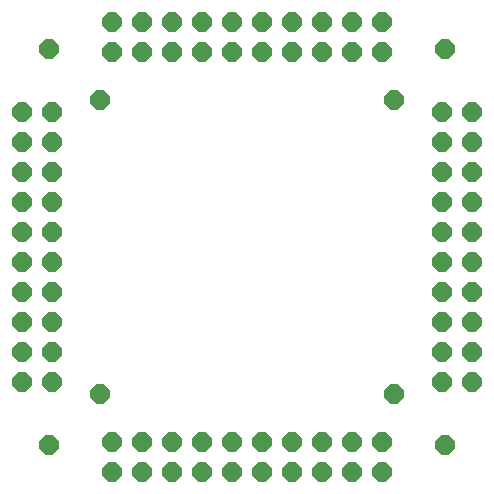
<source format=gbr>
G04 EAGLE Gerber RS-274X export*
G75*
%MOMM*%
%FSLAX34Y34*%
%LPD*%
%INBottom Copper*%
%IPPOS*%
%AMOC8*
5,1,8,0,0,1.08239X$1,22.5*%
G01*
%ADD10P,1.759533X8X22.500000*%
%ADD11P,1.759533X8X112.500000*%
%ADD12P,1.759533X8X202.500000*%
%ADD13P,1.759533X8X292.500000*%


D10*
X88900Y38100D03*
X88900Y12700D03*
X114300Y38100D03*
X114300Y12700D03*
X139700Y38100D03*
X139700Y12700D03*
X165100Y38100D03*
X165100Y12700D03*
X190500Y38100D03*
X190500Y12700D03*
X215900Y38100D03*
X215900Y12700D03*
X241300Y38100D03*
X241300Y12700D03*
X266700Y38100D03*
X266700Y12700D03*
X292100Y38100D03*
X292100Y12700D03*
X317500Y38100D03*
X317500Y12700D03*
D11*
X368300Y88900D03*
X393700Y88900D03*
X368300Y114300D03*
X393700Y114300D03*
X368300Y139700D03*
X393700Y139700D03*
X368300Y165100D03*
X393700Y165100D03*
X368300Y190500D03*
X393700Y190500D03*
X368300Y215900D03*
X393700Y215900D03*
X368300Y241300D03*
X393700Y241300D03*
X368300Y266700D03*
X393700Y266700D03*
X368300Y292100D03*
X393700Y292100D03*
X368300Y317500D03*
X393700Y317500D03*
D12*
X317500Y368300D03*
X317500Y393700D03*
X292100Y368300D03*
X292100Y393700D03*
X266700Y368300D03*
X266700Y393700D03*
X241300Y368300D03*
X241300Y393700D03*
X215900Y368300D03*
X215900Y393700D03*
X190500Y368300D03*
X190500Y393700D03*
X165100Y368300D03*
X165100Y393700D03*
X139700Y368300D03*
X139700Y393700D03*
X114300Y368300D03*
X114300Y393700D03*
X88900Y368300D03*
X88900Y393700D03*
D13*
X38100Y317500D03*
X12700Y317500D03*
X38100Y292100D03*
X12700Y292100D03*
X38100Y266700D03*
X12700Y266700D03*
X38100Y241300D03*
X12700Y241300D03*
X38100Y215900D03*
X12700Y215900D03*
X38100Y190500D03*
X12700Y190500D03*
X38100Y165100D03*
X12700Y165100D03*
X38100Y139700D03*
X12700Y139700D03*
X38100Y114300D03*
X12700Y114300D03*
X38100Y88900D03*
X12700Y88900D03*
D10*
X35560Y35560D03*
X78740Y78740D03*
X78740Y327660D03*
X35560Y370840D03*
X327660Y78740D03*
X370840Y35560D03*
X327660Y327660D03*
X370840Y370840D03*
M02*

</source>
